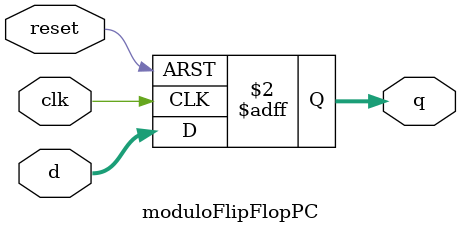
<source format=sv>
module moduloFlipFlopPC #(parameter cantidadBits = 32)
 (input logic clk, reset,
 input logic [cantidadBits-1:0] d,
 output logic [cantidadBits-1:0] q);
 always_ff @(posedge clk, posedge reset)
 if (reset) q <= 0;
 else q <= d;
endmodule
</source>
